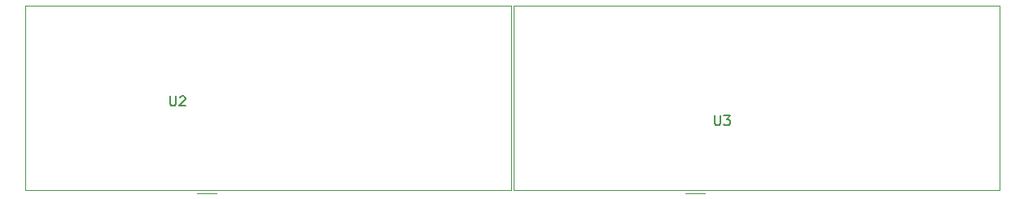
<source format=gbr>
G04 #@! TF.GenerationSoftware,KiCad,Pcbnew,(5.1.6)-1*
G04 #@! TF.CreationDate,2020-08-22T14:04:35+03:00*
G04 #@! TF.ProjectId,MAX7219 THT,4d415837-3231-4392-9054-48542e6b6963,rev?*
G04 #@! TF.SameCoordinates,Original*
G04 #@! TF.FileFunction,Legend,Top*
G04 #@! TF.FilePolarity,Positive*
%FSLAX46Y46*%
G04 Gerber Fmt 4.6, Leading zero omitted, Abs format (unit mm)*
G04 Created by KiCad (PCBNEW (5.1.6)-1) date 2020-08-22 14:04:35*
%MOMM*%
%LPD*%
G01*
G04 APERTURE LIST*
%ADD10C,0.120000*%
%ADD11C,0.150000*%
G04 APERTURE END LIST*
D10*
X107064000Y-49625000D02*
X107064000Y-30385000D01*
X107064000Y-49625000D02*
X157604000Y-49625000D01*
X157604000Y-49625000D02*
X157604000Y-30385000D01*
X157604000Y-30385000D02*
X107064000Y-30385000D01*
X124984000Y-50005000D02*
X126984000Y-50005000D01*
X175784000Y-50005000D02*
X177784000Y-50005000D01*
X208404000Y-30385000D02*
X157864000Y-30385000D01*
X208404000Y-49625000D02*
X208404000Y-30385000D01*
X157864000Y-49625000D02*
X208404000Y-49625000D01*
X157864000Y-49625000D02*
X157864000Y-30385000D01*
D11*
X122174095Y-39838380D02*
X122174095Y-40647904D01*
X122221714Y-40743142D01*
X122269333Y-40790761D01*
X122364571Y-40838380D01*
X122555047Y-40838380D01*
X122650285Y-40790761D01*
X122697904Y-40743142D01*
X122745523Y-40647904D01*
X122745523Y-39838380D01*
X123174095Y-39933619D02*
X123221714Y-39886000D01*
X123316952Y-39838380D01*
X123555047Y-39838380D01*
X123650285Y-39886000D01*
X123697904Y-39933619D01*
X123745523Y-40028857D01*
X123745523Y-40124095D01*
X123697904Y-40266952D01*
X123126476Y-40838380D01*
X123745523Y-40838380D01*
X178816095Y-41870380D02*
X178816095Y-42679904D01*
X178863714Y-42775142D01*
X178911333Y-42822761D01*
X179006571Y-42870380D01*
X179197047Y-42870380D01*
X179292285Y-42822761D01*
X179339904Y-42775142D01*
X179387523Y-42679904D01*
X179387523Y-41870380D01*
X179768476Y-41870380D02*
X180387523Y-41870380D01*
X180054190Y-42251333D01*
X180197047Y-42251333D01*
X180292285Y-42298952D01*
X180339904Y-42346571D01*
X180387523Y-42441809D01*
X180387523Y-42679904D01*
X180339904Y-42775142D01*
X180292285Y-42822761D01*
X180197047Y-42870380D01*
X179911333Y-42870380D01*
X179816095Y-42822761D01*
X179768476Y-42775142D01*
M02*

</source>
